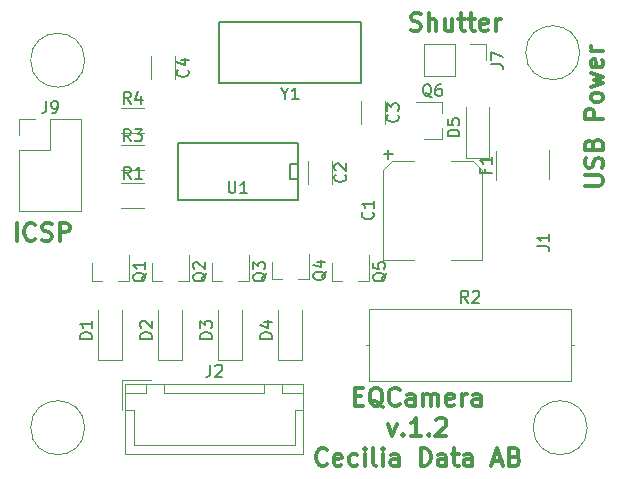
<source format=gbr>
G04 #@! TF.FileFunction,Legend,Top*
%FSLAX46Y46*%
G04 Gerber Fmt 4.6, Leading zero omitted, Abs format (unit mm)*
G04 Created by KiCad (PCBNEW 4.0.7-e2-6376~58~ubuntu16.04.1) date Thu May  2 01:35:01 2019*
%MOMM*%
%LPD*%
G01*
G04 APERTURE LIST*
%ADD10C,0.100000*%
%ADD11C,0.300000*%
%ADD12C,0.120000*%
%ADD13C,0.150000*%
G04 APERTURE END LIST*
D10*
D11*
X179264571Y-107861714D02*
X180478857Y-107861714D01*
X180621714Y-107790286D01*
X180693143Y-107718857D01*
X180764571Y-107576000D01*
X180764571Y-107290286D01*
X180693143Y-107147428D01*
X180621714Y-107076000D01*
X180478857Y-107004571D01*
X179264571Y-107004571D01*
X180693143Y-106361714D02*
X180764571Y-106147428D01*
X180764571Y-105790285D01*
X180693143Y-105647428D01*
X180621714Y-105575999D01*
X180478857Y-105504571D01*
X180336000Y-105504571D01*
X180193143Y-105575999D01*
X180121714Y-105647428D01*
X180050286Y-105790285D01*
X179978857Y-106075999D01*
X179907429Y-106218857D01*
X179836000Y-106290285D01*
X179693143Y-106361714D01*
X179550286Y-106361714D01*
X179407429Y-106290285D01*
X179336000Y-106218857D01*
X179264571Y-106075999D01*
X179264571Y-105718857D01*
X179336000Y-105504571D01*
X179978857Y-104361714D02*
X180050286Y-104147428D01*
X180121714Y-104076000D01*
X180264571Y-104004571D01*
X180478857Y-104004571D01*
X180621714Y-104076000D01*
X180693143Y-104147428D01*
X180764571Y-104290286D01*
X180764571Y-104861714D01*
X179264571Y-104861714D01*
X179264571Y-104361714D01*
X179336000Y-104218857D01*
X179407429Y-104147428D01*
X179550286Y-104076000D01*
X179693143Y-104076000D01*
X179836000Y-104147428D01*
X179907429Y-104218857D01*
X179978857Y-104361714D01*
X179978857Y-104861714D01*
X180764571Y-102218857D02*
X179264571Y-102218857D01*
X179264571Y-101647429D01*
X179336000Y-101504571D01*
X179407429Y-101433143D01*
X179550286Y-101361714D01*
X179764571Y-101361714D01*
X179907429Y-101433143D01*
X179978857Y-101504571D01*
X180050286Y-101647429D01*
X180050286Y-102218857D01*
X180764571Y-100504571D02*
X180693143Y-100647429D01*
X180621714Y-100718857D01*
X180478857Y-100790286D01*
X180050286Y-100790286D01*
X179907429Y-100718857D01*
X179836000Y-100647429D01*
X179764571Y-100504571D01*
X179764571Y-100290286D01*
X179836000Y-100147429D01*
X179907429Y-100076000D01*
X180050286Y-100004571D01*
X180478857Y-100004571D01*
X180621714Y-100076000D01*
X180693143Y-100147429D01*
X180764571Y-100290286D01*
X180764571Y-100504571D01*
X179764571Y-99504571D02*
X180764571Y-99218857D01*
X180050286Y-98933143D01*
X180764571Y-98647428D01*
X179764571Y-98361714D01*
X180693143Y-97218857D02*
X180764571Y-97361714D01*
X180764571Y-97647428D01*
X180693143Y-97790285D01*
X180550286Y-97861714D01*
X179978857Y-97861714D01*
X179836000Y-97790285D01*
X179764571Y-97647428D01*
X179764571Y-97361714D01*
X179836000Y-97218857D01*
X179978857Y-97147428D01*
X180121714Y-97147428D01*
X180264571Y-97861714D01*
X180764571Y-96504571D02*
X179764571Y-96504571D01*
X180050286Y-96504571D02*
X179907429Y-96433143D01*
X179836000Y-96361714D01*
X179764571Y-96218857D01*
X179764571Y-96076000D01*
X131135715Y-112533571D02*
X131135715Y-111033571D01*
X132707144Y-112390714D02*
X132635715Y-112462143D01*
X132421429Y-112533571D01*
X132278572Y-112533571D01*
X132064287Y-112462143D01*
X131921429Y-112319286D01*
X131850001Y-112176429D01*
X131778572Y-111890714D01*
X131778572Y-111676429D01*
X131850001Y-111390714D01*
X131921429Y-111247857D01*
X132064287Y-111105000D01*
X132278572Y-111033571D01*
X132421429Y-111033571D01*
X132635715Y-111105000D01*
X132707144Y-111176429D01*
X133278572Y-112462143D02*
X133492858Y-112533571D01*
X133850001Y-112533571D01*
X133992858Y-112462143D01*
X134064287Y-112390714D01*
X134135715Y-112247857D01*
X134135715Y-112105000D01*
X134064287Y-111962143D01*
X133992858Y-111890714D01*
X133850001Y-111819286D01*
X133564287Y-111747857D01*
X133421429Y-111676429D01*
X133350001Y-111605000D01*
X133278572Y-111462143D01*
X133278572Y-111319286D01*
X133350001Y-111176429D01*
X133421429Y-111105000D01*
X133564287Y-111033571D01*
X133921429Y-111033571D01*
X134135715Y-111105000D01*
X134778572Y-112533571D02*
X134778572Y-111033571D01*
X135350000Y-111033571D01*
X135492858Y-111105000D01*
X135564286Y-111176429D01*
X135635715Y-111319286D01*
X135635715Y-111533571D01*
X135564286Y-111676429D01*
X135492858Y-111747857D01*
X135350000Y-111819286D01*
X134778572Y-111819286D01*
X159778572Y-125707857D02*
X160278572Y-125707857D01*
X160492858Y-126493571D02*
X159778572Y-126493571D01*
X159778572Y-124993571D01*
X160492858Y-124993571D01*
X162135715Y-126636429D02*
X161992858Y-126565000D01*
X161850001Y-126422143D01*
X161635715Y-126207857D01*
X161492858Y-126136429D01*
X161350001Y-126136429D01*
X161421429Y-126493571D02*
X161278572Y-126422143D01*
X161135715Y-126279286D01*
X161064286Y-125993571D01*
X161064286Y-125493571D01*
X161135715Y-125207857D01*
X161278572Y-125065000D01*
X161421429Y-124993571D01*
X161707143Y-124993571D01*
X161850001Y-125065000D01*
X161992858Y-125207857D01*
X162064286Y-125493571D01*
X162064286Y-125993571D01*
X161992858Y-126279286D01*
X161850001Y-126422143D01*
X161707143Y-126493571D01*
X161421429Y-126493571D01*
X163564287Y-126350714D02*
X163492858Y-126422143D01*
X163278572Y-126493571D01*
X163135715Y-126493571D01*
X162921430Y-126422143D01*
X162778572Y-126279286D01*
X162707144Y-126136429D01*
X162635715Y-125850714D01*
X162635715Y-125636429D01*
X162707144Y-125350714D01*
X162778572Y-125207857D01*
X162921430Y-125065000D01*
X163135715Y-124993571D01*
X163278572Y-124993571D01*
X163492858Y-125065000D01*
X163564287Y-125136429D01*
X164850001Y-126493571D02*
X164850001Y-125707857D01*
X164778572Y-125565000D01*
X164635715Y-125493571D01*
X164350001Y-125493571D01*
X164207144Y-125565000D01*
X164850001Y-126422143D02*
X164707144Y-126493571D01*
X164350001Y-126493571D01*
X164207144Y-126422143D01*
X164135715Y-126279286D01*
X164135715Y-126136429D01*
X164207144Y-125993571D01*
X164350001Y-125922143D01*
X164707144Y-125922143D01*
X164850001Y-125850714D01*
X165564287Y-126493571D02*
X165564287Y-125493571D01*
X165564287Y-125636429D02*
X165635715Y-125565000D01*
X165778573Y-125493571D01*
X165992858Y-125493571D01*
X166135715Y-125565000D01*
X166207144Y-125707857D01*
X166207144Y-126493571D01*
X166207144Y-125707857D02*
X166278573Y-125565000D01*
X166421430Y-125493571D01*
X166635715Y-125493571D01*
X166778573Y-125565000D01*
X166850001Y-125707857D01*
X166850001Y-126493571D01*
X168135715Y-126422143D02*
X167992858Y-126493571D01*
X167707144Y-126493571D01*
X167564287Y-126422143D01*
X167492858Y-126279286D01*
X167492858Y-125707857D01*
X167564287Y-125565000D01*
X167707144Y-125493571D01*
X167992858Y-125493571D01*
X168135715Y-125565000D01*
X168207144Y-125707857D01*
X168207144Y-125850714D01*
X167492858Y-125993571D01*
X168850001Y-126493571D02*
X168850001Y-125493571D01*
X168850001Y-125779286D02*
X168921429Y-125636429D01*
X168992858Y-125565000D01*
X169135715Y-125493571D01*
X169278572Y-125493571D01*
X170421429Y-126493571D02*
X170421429Y-125707857D01*
X170350000Y-125565000D01*
X170207143Y-125493571D01*
X169921429Y-125493571D01*
X169778572Y-125565000D01*
X170421429Y-126422143D02*
X170278572Y-126493571D01*
X169921429Y-126493571D01*
X169778572Y-126422143D01*
X169707143Y-126279286D01*
X169707143Y-126136429D01*
X169778572Y-125993571D01*
X169921429Y-125922143D01*
X170278572Y-125922143D01*
X170421429Y-125850714D01*
X162600001Y-128043571D02*
X162957144Y-129043571D01*
X163314286Y-128043571D01*
X163885715Y-128900714D02*
X163957143Y-128972143D01*
X163885715Y-129043571D01*
X163814286Y-128972143D01*
X163885715Y-128900714D01*
X163885715Y-129043571D01*
X165385715Y-129043571D02*
X164528572Y-129043571D01*
X164957144Y-129043571D02*
X164957144Y-127543571D01*
X164814287Y-127757857D01*
X164671429Y-127900714D01*
X164528572Y-127972143D01*
X166028572Y-128900714D02*
X166100000Y-128972143D01*
X166028572Y-129043571D01*
X165957143Y-128972143D01*
X166028572Y-128900714D01*
X166028572Y-129043571D01*
X166671429Y-127686429D02*
X166742858Y-127615000D01*
X166885715Y-127543571D01*
X167242858Y-127543571D01*
X167385715Y-127615000D01*
X167457144Y-127686429D01*
X167528572Y-127829286D01*
X167528572Y-127972143D01*
X167457144Y-128186429D01*
X166600001Y-129043571D01*
X167528572Y-129043571D01*
X157421429Y-131450714D02*
X157350000Y-131522143D01*
X157135714Y-131593571D01*
X156992857Y-131593571D01*
X156778572Y-131522143D01*
X156635714Y-131379286D01*
X156564286Y-131236429D01*
X156492857Y-130950714D01*
X156492857Y-130736429D01*
X156564286Y-130450714D01*
X156635714Y-130307857D01*
X156778572Y-130165000D01*
X156992857Y-130093571D01*
X157135714Y-130093571D01*
X157350000Y-130165000D01*
X157421429Y-130236429D01*
X158635714Y-131522143D02*
X158492857Y-131593571D01*
X158207143Y-131593571D01*
X158064286Y-131522143D01*
X157992857Y-131379286D01*
X157992857Y-130807857D01*
X158064286Y-130665000D01*
X158207143Y-130593571D01*
X158492857Y-130593571D01*
X158635714Y-130665000D01*
X158707143Y-130807857D01*
X158707143Y-130950714D01*
X157992857Y-131093571D01*
X159992857Y-131522143D02*
X159850000Y-131593571D01*
X159564286Y-131593571D01*
X159421428Y-131522143D01*
X159350000Y-131450714D01*
X159278571Y-131307857D01*
X159278571Y-130879286D01*
X159350000Y-130736429D01*
X159421428Y-130665000D01*
X159564286Y-130593571D01*
X159850000Y-130593571D01*
X159992857Y-130665000D01*
X160635714Y-131593571D02*
X160635714Y-130593571D01*
X160635714Y-130093571D02*
X160564285Y-130165000D01*
X160635714Y-130236429D01*
X160707142Y-130165000D01*
X160635714Y-130093571D01*
X160635714Y-130236429D01*
X161564286Y-131593571D02*
X161421428Y-131522143D01*
X161350000Y-131379286D01*
X161350000Y-130093571D01*
X162135714Y-131593571D02*
X162135714Y-130593571D01*
X162135714Y-130093571D02*
X162064285Y-130165000D01*
X162135714Y-130236429D01*
X162207142Y-130165000D01*
X162135714Y-130093571D01*
X162135714Y-130236429D01*
X163492857Y-131593571D02*
X163492857Y-130807857D01*
X163421428Y-130665000D01*
X163278571Y-130593571D01*
X162992857Y-130593571D01*
X162850000Y-130665000D01*
X163492857Y-131522143D02*
X163350000Y-131593571D01*
X162992857Y-131593571D01*
X162850000Y-131522143D01*
X162778571Y-131379286D01*
X162778571Y-131236429D01*
X162850000Y-131093571D01*
X162992857Y-131022143D01*
X163350000Y-131022143D01*
X163492857Y-130950714D01*
X165350000Y-131593571D02*
X165350000Y-130093571D01*
X165707143Y-130093571D01*
X165921428Y-130165000D01*
X166064286Y-130307857D01*
X166135714Y-130450714D01*
X166207143Y-130736429D01*
X166207143Y-130950714D01*
X166135714Y-131236429D01*
X166064286Y-131379286D01*
X165921428Y-131522143D01*
X165707143Y-131593571D01*
X165350000Y-131593571D01*
X167492857Y-131593571D02*
X167492857Y-130807857D01*
X167421428Y-130665000D01*
X167278571Y-130593571D01*
X166992857Y-130593571D01*
X166850000Y-130665000D01*
X167492857Y-131522143D02*
X167350000Y-131593571D01*
X166992857Y-131593571D01*
X166850000Y-131522143D01*
X166778571Y-131379286D01*
X166778571Y-131236429D01*
X166850000Y-131093571D01*
X166992857Y-131022143D01*
X167350000Y-131022143D01*
X167492857Y-130950714D01*
X167992857Y-130593571D02*
X168564286Y-130593571D01*
X168207143Y-130093571D02*
X168207143Y-131379286D01*
X168278571Y-131522143D01*
X168421429Y-131593571D01*
X168564286Y-131593571D01*
X169707143Y-131593571D02*
X169707143Y-130807857D01*
X169635714Y-130665000D01*
X169492857Y-130593571D01*
X169207143Y-130593571D01*
X169064286Y-130665000D01*
X169707143Y-131522143D02*
X169564286Y-131593571D01*
X169207143Y-131593571D01*
X169064286Y-131522143D01*
X168992857Y-131379286D01*
X168992857Y-131236429D01*
X169064286Y-131093571D01*
X169207143Y-131022143D01*
X169564286Y-131022143D01*
X169707143Y-130950714D01*
X171492857Y-131165000D02*
X172207143Y-131165000D01*
X171350000Y-131593571D02*
X171850000Y-130093571D01*
X172350000Y-131593571D01*
X173350000Y-130807857D02*
X173564286Y-130879286D01*
X173635714Y-130950714D01*
X173707143Y-131093571D01*
X173707143Y-131307857D01*
X173635714Y-131450714D01*
X173564286Y-131522143D01*
X173421428Y-131593571D01*
X172850000Y-131593571D01*
X172850000Y-130093571D01*
X173350000Y-130093571D01*
X173492857Y-130165000D01*
X173564286Y-130236429D01*
X173635714Y-130379286D01*
X173635714Y-130522143D01*
X173564286Y-130665000D01*
X173492857Y-130736429D01*
X173350000Y-130807857D01*
X172850000Y-130807857D01*
X164525000Y-94682143D02*
X164739286Y-94753571D01*
X165096429Y-94753571D01*
X165239286Y-94682143D01*
X165310715Y-94610714D01*
X165382143Y-94467857D01*
X165382143Y-94325000D01*
X165310715Y-94182143D01*
X165239286Y-94110714D01*
X165096429Y-94039286D01*
X164810715Y-93967857D01*
X164667857Y-93896429D01*
X164596429Y-93825000D01*
X164525000Y-93682143D01*
X164525000Y-93539286D01*
X164596429Y-93396429D01*
X164667857Y-93325000D01*
X164810715Y-93253571D01*
X165167857Y-93253571D01*
X165382143Y-93325000D01*
X166025000Y-94753571D02*
X166025000Y-93253571D01*
X166667857Y-94753571D02*
X166667857Y-93967857D01*
X166596428Y-93825000D01*
X166453571Y-93753571D01*
X166239286Y-93753571D01*
X166096428Y-93825000D01*
X166025000Y-93896429D01*
X168025000Y-93753571D02*
X168025000Y-94753571D01*
X167382143Y-93753571D02*
X167382143Y-94539286D01*
X167453571Y-94682143D01*
X167596429Y-94753571D01*
X167810714Y-94753571D01*
X167953571Y-94682143D01*
X168025000Y-94610714D01*
X168525000Y-93753571D02*
X169096429Y-93753571D01*
X168739286Y-93253571D02*
X168739286Y-94539286D01*
X168810714Y-94682143D01*
X168953572Y-94753571D01*
X169096429Y-94753571D01*
X169382143Y-93753571D02*
X169953572Y-93753571D01*
X169596429Y-93253571D02*
X169596429Y-94539286D01*
X169667857Y-94682143D01*
X169810715Y-94753571D01*
X169953572Y-94753571D01*
X171025000Y-94682143D02*
X170882143Y-94753571D01*
X170596429Y-94753571D01*
X170453572Y-94682143D01*
X170382143Y-94539286D01*
X170382143Y-93967857D01*
X170453572Y-93825000D01*
X170596429Y-93753571D01*
X170882143Y-93753571D01*
X171025000Y-93825000D01*
X171096429Y-93967857D01*
X171096429Y-94110714D01*
X170382143Y-94253571D01*
X171739286Y-94753571D02*
X171739286Y-93753571D01*
X171739286Y-94039286D02*
X171810714Y-93896429D01*
X171882143Y-93825000D01*
X172025000Y-93753571D01*
X172167857Y-93753571D01*
D12*
X178816000Y-96615000D02*
G75*
G03X178816000Y-96615000I-2286000J0D01*
G01*
X136906000Y-97250000D02*
G75*
G03X136906000Y-97250000I-2286000J0D01*
G01*
X136906000Y-128365000D02*
G75*
G03X136906000Y-128365000I-2286000J0D01*
G01*
X169800000Y-105760000D02*
X167930000Y-105760000D01*
X162940000Y-105760000D02*
X164810000Y-105760000D01*
X162180000Y-114140000D02*
X164810000Y-114140000D01*
X170560000Y-114140000D02*
X167930000Y-114140000D01*
X162180000Y-114140000D02*
X162180000Y-106520000D01*
X162180000Y-106520000D02*
X162940000Y-105760000D01*
X169800000Y-105760000D02*
X170560000Y-106520000D01*
X170560000Y-106520000D02*
X170560000Y-114140000D01*
D13*
X144780000Y-109061000D02*
X144780000Y-104235000D01*
X144780000Y-104235000D02*
X154940000Y-104235000D01*
X154940000Y-104235000D02*
X154940000Y-109061000D01*
X154940000Y-109061000D02*
X144780000Y-109061000D01*
X154940000Y-107283000D02*
X154305000Y-107283000D01*
X154305000Y-107283000D02*
X154305000Y-106013000D01*
X154305000Y-106013000D02*
X154940000Y-106013000D01*
D12*
X137485000Y-115917000D02*
X138415000Y-115917000D01*
X140645000Y-115917000D02*
X139715000Y-115917000D01*
X140645000Y-115917000D02*
X140645000Y-113757000D01*
X137485000Y-115917000D02*
X137485000Y-114457000D01*
X142565000Y-115917000D02*
X143495000Y-115917000D01*
X145725000Y-115917000D02*
X144795000Y-115917000D01*
X145725000Y-115917000D02*
X145725000Y-113757000D01*
X142565000Y-115917000D02*
X142565000Y-114457000D01*
X147645000Y-115917000D02*
X148575000Y-115917000D01*
X150805000Y-115917000D02*
X149875000Y-115917000D01*
X150805000Y-115917000D02*
X150805000Y-113757000D01*
X147645000Y-115917000D02*
X147645000Y-114457000D01*
X152725000Y-115790000D02*
X153655000Y-115790000D01*
X155885000Y-115790000D02*
X154955000Y-115790000D01*
X155885000Y-115790000D02*
X155885000Y-113630000D01*
X152725000Y-115790000D02*
X152725000Y-114330000D01*
X157805000Y-115917000D02*
X158735000Y-115917000D01*
X160965000Y-115917000D02*
X160035000Y-115917000D01*
X160965000Y-115917000D02*
X160965000Y-113757000D01*
X157805000Y-115917000D02*
X157805000Y-114457000D01*
X131385000Y-110010000D02*
X136585000Y-110010000D01*
X131385000Y-104870000D02*
X131385000Y-110010000D01*
X136585000Y-102270000D02*
X136585000Y-110010000D01*
X131385000Y-104870000D02*
X133985000Y-104870000D01*
X133985000Y-104870000D02*
X133985000Y-102270000D01*
X133985000Y-102270000D02*
X136585000Y-102270000D01*
X131385000Y-103600000D02*
X131385000Y-102270000D01*
X131385000Y-102270000D02*
X132715000Y-102270000D01*
X157865000Y-107775000D02*
X157865000Y-105775000D01*
X155825000Y-105775000D02*
X155825000Y-107775000D01*
X162310000Y-102695000D02*
X162310000Y-100695000D01*
X160270000Y-100695000D02*
X160270000Y-102695000D01*
X144530000Y-98885000D02*
X144530000Y-96885000D01*
X142490000Y-96885000D02*
X142490000Y-98885000D01*
X160985000Y-118320000D02*
X160985000Y-124440000D01*
X160985000Y-124440000D02*
X178105000Y-124440000D01*
X178105000Y-124440000D02*
X178105000Y-118320000D01*
X178105000Y-118320000D02*
X160985000Y-118320000D01*
X160765000Y-121380000D02*
X160985000Y-121380000D01*
X178325000Y-121380000D02*
X178105000Y-121380000D01*
X165675000Y-95920000D02*
X165675000Y-98580000D01*
X168275000Y-95920000D02*
X165675000Y-95920000D01*
X168275000Y-98580000D02*
X165675000Y-98580000D01*
X168275000Y-95920000D02*
X168275000Y-98580000D01*
X169545000Y-95920000D02*
X170875000Y-95920000D01*
X170875000Y-95920000D02*
X170875000Y-97250000D01*
X167130000Y-103910000D02*
X167130000Y-102980000D01*
X167130000Y-100750000D02*
X167130000Y-101680000D01*
X167130000Y-100750000D02*
X164970000Y-100750000D01*
X167130000Y-103910000D02*
X165670000Y-103910000D01*
D13*
X160305000Y-99215000D02*
X148305000Y-99215000D01*
X148305000Y-99215000D02*
X148305000Y-94015000D01*
X148305000Y-94015000D02*
X160305000Y-94015000D01*
X160305000Y-94015000D02*
X160305000Y-99215000D01*
D12*
X138065000Y-118360000D02*
X138065000Y-122660000D01*
X138065000Y-122660000D02*
X140065000Y-122660000D01*
X140065000Y-122660000D02*
X140065000Y-118360000D01*
X143145000Y-118360000D02*
X143145000Y-122660000D01*
X143145000Y-122660000D02*
X145145000Y-122660000D01*
X145145000Y-122660000D02*
X145145000Y-118360000D01*
X148225000Y-118360000D02*
X148225000Y-122660000D01*
X148225000Y-122660000D02*
X150225000Y-122660000D01*
X150225000Y-122660000D02*
X150225000Y-118360000D01*
X153305000Y-118360000D02*
X153305000Y-122660000D01*
X153305000Y-122660000D02*
X155305000Y-122660000D01*
X155305000Y-122660000D02*
X155305000Y-118360000D01*
X176250000Y-107280000D02*
X176250000Y-104880000D01*
X171770000Y-107360000D02*
X171770000Y-104960000D01*
X179451000Y-128365000D02*
G75*
G03X179451000Y-128365000I-2286000J0D01*
G01*
X140325000Y-124645000D02*
X140325000Y-130595000D01*
X140325000Y-130595000D02*
X155425000Y-130595000D01*
X155425000Y-130595000D02*
X155425000Y-124645000D01*
X155425000Y-124645000D02*
X140325000Y-124645000D01*
X143625000Y-124645000D02*
X143625000Y-125395000D01*
X143625000Y-125395000D02*
X152125000Y-125395000D01*
X152125000Y-125395000D02*
X152125000Y-124645000D01*
X152125000Y-124645000D02*
X143625000Y-124645000D01*
X140325000Y-124645000D02*
X140325000Y-125395000D01*
X140325000Y-125395000D02*
X142125000Y-125395000D01*
X142125000Y-125395000D02*
X142125000Y-124645000D01*
X142125000Y-124645000D02*
X140325000Y-124645000D01*
X153625000Y-124645000D02*
X153625000Y-125395000D01*
X153625000Y-125395000D02*
X155425000Y-125395000D01*
X155425000Y-125395000D02*
X155425000Y-124645000D01*
X155425000Y-124645000D02*
X153625000Y-124645000D01*
X140325000Y-126895000D02*
X141075000Y-126895000D01*
X141075000Y-126895000D02*
X141075000Y-129845000D01*
X141075000Y-129845000D02*
X147875000Y-129845000D01*
X155425000Y-126895000D02*
X154675000Y-126895000D01*
X154675000Y-126895000D02*
X154675000Y-129845000D01*
X154675000Y-129845000D02*
X147875000Y-129845000D01*
X142525000Y-124345000D02*
X140025000Y-124345000D01*
X140025000Y-124345000D02*
X140025000Y-126845000D01*
X169180000Y-101215000D02*
X169180000Y-105515000D01*
X169180000Y-105515000D02*
X171180000Y-105515000D01*
X171180000Y-105515000D02*
X171180000Y-101215000D01*
X141970000Y-109750000D02*
X139970000Y-109750000D01*
X139970000Y-107610000D02*
X141970000Y-107610000D01*
X141970000Y-106575000D02*
X139970000Y-106575000D01*
X139970000Y-104435000D02*
X141970000Y-104435000D01*
X141970000Y-103400000D02*
X139970000Y-103400000D01*
X139970000Y-101260000D02*
X141970000Y-101260000D01*
D13*
X161277143Y-110116666D02*
X161324762Y-110164285D01*
X161372381Y-110307142D01*
X161372381Y-110402380D01*
X161324762Y-110545238D01*
X161229524Y-110640476D01*
X161134286Y-110688095D01*
X160943810Y-110735714D01*
X160800952Y-110735714D01*
X160610476Y-110688095D01*
X160515238Y-110640476D01*
X160420000Y-110545238D01*
X160372381Y-110402380D01*
X160372381Y-110307142D01*
X160420000Y-110164285D01*
X160467619Y-110116666D01*
X161372381Y-109164285D02*
X161372381Y-109735714D01*
X161372381Y-109450000D02*
X160372381Y-109450000D01*
X160515238Y-109545238D01*
X160610476Y-109640476D01*
X160658095Y-109735714D01*
X162591429Y-105610952D02*
X162591429Y-104849047D01*
X162972381Y-105229999D02*
X162210476Y-105229999D01*
X149098095Y-107497381D02*
X149098095Y-108306905D01*
X149145714Y-108402143D01*
X149193333Y-108449762D01*
X149288571Y-108497381D01*
X149479048Y-108497381D01*
X149574286Y-108449762D01*
X149621905Y-108402143D01*
X149669524Y-108306905D01*
X149669524Y-107497381D01*
X150669524Y-108497381D02*
X150098095Y-108497381D01*
X150383809Y-108497381D02*
X150383809Y-107497381D01*
X150288571Y-107640238D01*
X150193333Y-107735476D01*
X150098095Y-107783095D01*
X142112619Y-115252238D02*
X142065000Y-115347476D01*
X141969762Y-115442714D01*
X141826905Y-115585571D01*
X141779286Y-115680810D01*
X141779286Y-115776048D01*
X142017381Y-115728429D02*
X141969762Y-115823667D01*
X141874524Y-115918905D01*
X141684048Y-115966524D01*
X141350714Y-115966524D01*
X141160238Y-115918905D01*
X141065000Y-115823667D01*
X141017381Y-115728429D01*
X141017381Y-115537952D01*
X141065000Y-115442714D01*
X141160238Y-115347476D01*
X141350714Y-115299857D01*
X141684048Y-115299857D01*
X141874524Y-115347476D01*
X141969762Y-115442714D01*
X142017381Y-115537952D01*
X142017381Y-115728429D01*
X142017381Y-114347476D02*
X142017381Y-114918905D01*
X142017381Y-114633191D02*
X141017381Y-114633191D01*
X141160238Y-114728429D01*
X141255476Y-114823667D01*
X141303095Y-114918905D01*
X147192619Y-115252238D02*
X147145000Y-115347476D01*
X147049762Y-115442714D01*
X146906905Y-115585571D01*
X146859286Y-115680810D01*
X146859286Y-115776048D01*
X147097381Y-115728429D02*
X147049762Y-115823667D01*
X146954524Y-115918905D01*
X146764048Y-115966524D01*
X146430714Y-115966524D01*
X146240238Y-115918905D01*
X146145000Y-115823667D01*
X146097381Y-115728429D01*
X146097381Y-115537952D01*
X146145000Y-115442714D01*
X146240238Y-115347476D01*
X146430714Y-115299857D01*
X146764048Y-115299857D01*
X146954524Y-115347476D01*
X147049762Y-115442714D01*
X147097381Y-115537952D01*
X147097381Y-115728429D01*
X146192619Y-114918905D02*
X146145000Y-114871286D01*
X146097381Y-114776048D01*
X146097381Y-114537952D01*
X146145000Y-114442714D01*
X146192619Y-114395095D01*
X146287857Y-114347476D01*
X146383095Y-114347476D01*
X146525952Y-114395095D01*
X147097381Y-114966524D01*
X147097381Y-114347476D01*
X152272619Y-115252238D02*
X152225000Y-115347476D01*
X152129762Y-115442714D01*
X151986905Y-115585571D01*
X151939286Y-115680810D01*
X151939286Y-115776048D01*
X152177381Y-115728429D02*
X152129762Y-115823667D01*
X152034524Y-115918905D01*
X151844048Y-115966524D01*
X151510714Y-115966524D01*
X151320238Y-115918905D01*
X151225000Y-115823667D01*
X151177381Y-115728429D01*
X151177381Y-115537952D01*
X151225000Y-115442714D01*
X151320238Y-115347476D01*
X151510714Y-115299857D01*
X151844048Y-115299857D01*
X152034524Y-115347476D01*
X152129762Y-115442714D01*
X152177381Y-115537952D01*
X152177381Y-115728429D01*
X151177381Y-114966524D02*
X151177381Y-114347476D01*
X151558333Y-114680810D01*
X151558333Y-114537952D01*
X151605952Y-114442714D01*
X151653571Y-114395095D01*
X151748810Y-114347476D01*
X151986905Y-114347476D01*
X152082143Y-114395095D01*
X152129762Y-114442714D01*
X152177381Y-114537952D01*
X152177381Y-114823667D01*
X152129762Y-114918905D01*
X152082143Y-114966524D01*
X157352619Y-115125238D02*
X157305000Y-115220476D01*
X157209762Y-115315714D01*
X157066905Y-115458571D01*
X157019286Y-115553810D01*
X157019286Y-115649048D01*
X157257381Y-115601429D02*
X157209762Y-115696667D01*
X157114524Y-115791905D01*
X156924048Y-115839524D01*
X156590714Y-115839524D01*
X156400238Y-115791905D01*
X156305000Y-115696667D01*
X156257381Y-115601429D01*
X156257381Y-115410952D01*
X156305000Y-115315714D01*
X156400238Y-115220476D01*
X156590714Y-115172857D01*
X156924048Y-115172857D01*
X157114524Y-115220476D01*
X157209762Y-115315714D01*
X157257381Y-115410952D01*
X157257381Y-115601429D01*
X156590714Y-114315714D02*
X157257381Y-114315714D01*
X156209762Y-114553810D02*
X156924048Y-114791905D01*
X156924048Y-114172857D01*
X162432619Y-115252238D02*
X162385000Y-115347476D01*
X162289762Y-115442714D01*
X162146905Y-115585571D01*
X162099286Y-115680810D01*
X162099286Y-115776048D01*
X162337381Y-115728429D02*
X162289762Y-115823667D01*
X162194524Y-115918905D01*
X162004048Y-115966524D01*
X161670714Y-115966524D01*
X161480238Y-115918905D01*
X161385000Y-115823667D01*
X161337381Y-115728429D01*
X161337381Y-115537952D01*
X161385000Y-115442714D01*
X161480238Y-115347476D01*
X161670714Y-115299857D01*
X162004048Y-115299857D01*
X162194524Y-115347476D01*
X162289762Y-115442714D01*
X162337381Y-115537952D01*
X162337381Y-115728429D01*
X161337381Y-114395095D02*
X161337381Y-114871286D01*
X161813571Y-114918905D01*
X161765952Y-114871286D01*
X161718333Y-114776048D01*
X161718333Y-114537952D01*
X161765952Y-114442714D01*
X161813571Y-114395095D01*
X161908810Y-114347476D01*
X162146905Y-114347476D01*
X162242143Y-114395095D01*
X162289762Y-114442714D01*
X162337381Y-114537952D01*
X162337381Y-114776048D01*
X162289762Y-114871286D01*
X162242143Y-114918905D01*
X133651667Y-100722381D02*
X133651667Y-101436667D01*
X133604047Y-101579524D01*
X133508809Y-101674762D01*
X133365952Y-101722381D01*
X133270714Y-101722381D01*
X134175476Y-101722381D02*
X134365952Y-101722381D01*
X134461191Y-101674762D01*
X134508810Y-101627143D01*
X134604048Y-101484286D01*
X134651667Y-101293810D01*
X134651667Y-100912857D01*
X134604048Y-100817619D01*
X134556429Y-100770000D01*
X134461191Y-100722381D01*
X134270714Y-100722381D01*
X134175476Y-100770000D01*
X134127857Y-100817619D01*
X134080238Y-100912857D01*
X134080238Y-101150952D01*
X134127857Y-101246190D01*
X134175476Y-101293810D01*
X134270714Y-101341429D01*
X134461191Y-101341429D01*
X134556429Y-101293810D01*
X134604048Y-101246190D01*
X134651667Y-101150952D01*
X158952143Y-106941666D02*
X158999762Y-106989285D01*
X159047381Y-107132142D01*
X159047381Y-107227380D01*
X158999762Y-107370238D01*
X158904524Y-107465476D01*
X158809286Y-107513095D01*
X158618810Y-107560714D01*
X158475952Y-107560714D01*
X158285476Y-107513095D01*
X158190238Y-107465476D01*
X158095000Y-107370238D01*
X158047381Y-107227380D01*
X158047381Y-107132142D01*
X158095000Y-106989285D01*
X158142619Y-106941666D01*
X158142619Y-106560714D02*
X158095000Y-106513095D01*
X158047381Y-106417857D01*
X158047381Y-106179761D01*
X158095000Y-106084523D01*
X158142619Y-106036904D01*
X158237857Y-105989285D01*
X158333095Y-105989285D01*
X158475952Y-106036904D01*
X159047381Y-106608333D01*
X159047381Y-105989285D01*
X163397143Y-101861666D02*
X163444762Y-101909285D01*
X163492381Y-102052142D01*
X163492381Y-102147380D01*
X163444762Y-102290238D01*
X163349524Y-102385476D01*
X163254286Y-102433095D01*
X163063810Y-102480714D01*
X162920952Y-102480714D01*
X162730476Y-102433095D01*
X162635238Y-102385476D01*
X162540000Y-102290238D01*
X162492381Y-102147380D01*
X162492381Y-102052142D01*
X162540000Y-101909285D01*
X162587619Y-101861666D01*
X162492381Y-101528333D02*
X162492381Y-100909285D01*
X162873333Y-101242619D01*
X162873333Y-101099761D01*
X162920952Y-101004523D01*
X162968571Y-100956904D01*
X163063810Y-100909285D01*
X163301905Y-100909285D01*
X163397143Y-100956904D01*
X163444762Y-101004523D01*
X163492381Y-101099761D01*
X163492381Y-101385476D01*
X163444762Y-101480714D01*
X163397143Y-101528333D01*
X145617143Y-98051666D02*
X145664762Y-98099285D01*
X145712381Y-98242142D01*
X145712381Y-98337380D01*
X145664762Y-98480238D01*
X145569524Y-98575476D01*
X145474286Y-98623095D01*
X145283810Y-98670714D01*
X145140952Y-98670714D01*
X144950476Y-98623095D01*
X144855238Y-98575476D01*
X144760000Y-98480238D01*
X144712381Y-98337380D01*
X144712381Y-98242142D01*
X144760000Y-98099285D01*
X144807619Y-98051666D01*
X145045714Y-97194523D02*
X145712381Y-97194523D01*
X144664762Y-97432619D02*
X145379048Y-97670714D01*
X145379048Y-97051666D01*
X169378334Y-117772381D02*
X169045000Y-117296190D01*
X168806905Y-117772381D02*
X168806905Y-116772381D01*
X169187858Y-116772381D01*
X169283096Y-116820000D01*
X169330715Y-116867619D01*
X169378334Y-116962857D01*
X169378334Y-117105714D01*
X169330715Y-117200952D01*
X169283096Y-117248571D01*
X169187858Y-117296190D01*
X168806905Y-117296190D01*
X169759286Y-116867619D02*
X169806905Y-116820000D01*
X169902143Y-116772381D01*
X170140239Y-116772381D01*
X170235477Y-116820000D01*
X170283096Y-116867619D01*
X170330715Y-116962857D01*
X170330715Y-117058095D01*
X170283096Y-117200952D01*
X169711667Y-117772381D01*
X170330715Y-117772381D01*
X171327381Y-97583333D02*
X172041667Y-97583333D01*
X172184524Y-97630953D01*
X172279762Y-97726191D01*
X172327381Y-97869048D01*
X172327381Y-97964286D01*
X171327381Y-97202381D02*
X171327381Y-96535714D01*
X172327381Y-96964286D01*
X166274762Y-100377619D02*
X166179524Y-100330000D01*
X166084286Y-100234762D01*
X165941429Y-100091905D01*
X165846190Y-100044286D01*
X165750952Y-100044286D01*
X165798571Y-100282381D02*
X165703333Y-100234762D01*
X165608095Y-100139524D01*
X165560476Y-99949048D01*
X165560476Y-99615714D01*
X165608095Y-99425238D01*
X165703333Y-99330000D01*
X165798571Y-99282381D01*
X165989048Y-99282381D01*
X166084286Y-99330000D01*
X166179524Y-99425238D01*
X166227143Y-99615714D01*
X166227143Y-99949048D01*
X166179524Y-100139524D01*
X166084286Y-100234762D01*
X165989048Y-100282381D01*
X165798571Y-100282381D01*
X167084286Y-99282381D02*
X166893809Y-99282381D01*
X166798571Y-99330000D01*
X166750952Y-99377619D01*
X166655714Y-99520476D01*
X166608095Y-99710952D01*
X166608095Y-100091905D01*
X166655714Y-100187143D01*
X166703333Y-100234762D01*
X166798571Y-100282381D01*
X166989048Y-100282381D01*
X167084286Y-100234762D01*
X167131905Y-100187143D01*
X167179524Y-100091905D01*
X167179524Y-99853810D01*
X167131905Y-99758571D01*
X167084286Y-99710952D01*
X166989048Y-99663333D01*
X166798571Y-99663333D01*
X166703333Y-99710952D01*
X166655714Y-99758571D01*
X166608095Y-99853810D01*
X153828809Y-100091190D02*
X153828809Y-100567381D01*
X153495476Y-99567381D02*
X153828809Y-100091190D01*
X154162143Y-99567381D01*
X155019286Y-100567381D02*
X154447857Y-100567381D01*
X154733571Y-100567381D02*
X154733571Y-99567381D01*
X154638333Y-99710238D01*
X154543095Y-99805476D01*
X154447857Y-99853095D01*
X137517381Y-120848095D02*
X136517381Y-120848095D01*
X136517381Y-120610000D01*
X136565000Y-120467142D01*
X136660238Y-120371904D01*
X136755476Y-120324285D01*
X136945952Y-120276666D01*
X137088810Y-120276666D01*
X137279286Y-120324285D01*
X137374524Y-120371904D01*
X137469762Y-120467142D01*
X137517381Y-120610000D01*
X137517381Y-120848095D01*
X137517381Y-119324285D02*
X137517381Y-119895714D01*
X137517381Y-119610000D02*
X136517381Y-119610000D01*
X136660238Y-119705238D01*
X136755476Y-119800476D01*
X136803095Y-119895714D01*
X142597381Y-120848095D02*
X141597381Y-120848095D01*
X141597381Y-120610000D01*
X141645000Y-120467142D01*
X141740238Y-120371904D01*
X141835476Y-120324285D01*
X142025952Y-120276666D01*
X142168810Y-120276666D01*
X142359286Y-120324285D01*
X142454524Y-120371904D01*
X142549762Y-120467142D01*
X142597381Y-120610000D01*
X142597381Y-120848095D01*
X141692619Y-119895714D02*
X141645000Y-119848095D01*
X141597381Y-119752857D01*
X141597381Y-119514761D01*
X141645000Y-119419523D01*
X141692619Y-119371904D01*
X141787857Y-119324285D01*
X141883095Y-119324285D01*
X142025952Y-119371904D01*
X142597381Y-119943333D01*
X142597381Y-119324285D01*
X147677381Y-120848095D02*
X146677381Y-120848095D01*
X146677381Y-120610000D01*
X146725000Y-120467142D01*
X146820238Y-120371904D01*
X146915476Y-120324285D01*
X147105952Y-120276666D01*
X147248810Y-120276666D01*
X147439286Y-120324285D01*
X147534524Y-120371904D01*
X147629762Y-120467142D01*
X147677381Y-120610000D01*
X147677381Y-120848095D01*
X146677381Y-119943333D02*
X146677381Y-119324285D01*
X147058333Y-119657619D01*
X147058333Y-119514761D01*
X147105952Y-119419523D01*
X147153571Y-119371904D01*
X147248810Y-119324285D01*
X147486905Y-119324285D01*
X147582143Y-119371904D01*
X147629762Y-119419523D01*
X147677381Y-119514761D01*
X147677381Y-119800476D01*
X147629762Y-119895714D01*
X147582143Y-119943333D01*
X152757381Y-120848095D02*
X151757381Y-120848095D01*
X151757381Y-120610000D01*
X151805000Y-120467142D01*
X151900238Y-120371904D01*
X151995476Y-120324285D01*
X152185952Y-120276666D01*
X152328810Y-120276666D01*
X152519286Y-120324285D01*
X152614524Y-120371904D01*
X152709762Y-120467142D01*
X152757381Y-120610000D01*
X152757381Y-120848095D01*
X152090714Y-119419523D02*
X152757381Y-119419523D01*
X151709762Y-119657619D02*
X152424048Y-119895714D01*
X152424048Y-119276666D01*
X170838571Y-106503333D02*
X170838571Y-106836667D01*
X171362381Y-106836667D02*
X170362381Y-106836667D01*
X170362381Y-106360476D01*
X171362381Y-105455714D02*
X171362381Y-106027143D01*
X171362381Y-105741429D02*
X170362381Y-105741429D01*
X170505238Y-105836667D01*
X170600476Y-105931905D01*
X170648095Y-106027143D01*
X175242381Y-112998333D02*
X175956667Y-112998333D01*
X176099524Y-113045953D01*
X176194762Y-113141191D01*
X176242381Y-113284048D01*
X176242381Y-113379286D01*
X176242381Y-111998333D02*
X176242381Y-112569762D01*
X176242381Y-112284048D02*
X175242381Y-112284048D01*
X175385238Y-112379286D01*
X175480476Y-112474524D01*
X175528095Y-112569762D01*
X147541667Y-123047381D02*
X147541667Y-123761667D01*
X147494047Y-123904524D01*
X147398809Y-123999762D01*
X147255952Y-124047381D01*
X147160714Y-124047381D01*
X147970238Y-123142619D02*
X148017857Y-123095000D01*
X148113095Y-123047381D01*
X148351191Y-123047381D01*
X148446429Y-123095000D01*
X148494048Y-123142619D01*
X148541667Y-123237857D01*
X148541667Y-123333095D01*
X148494048Y-123475952D01*
X147922619Y-124047381D01*
X148541667Y-124047381D01*
X168632381Y-103703095D02*
X167632381Y-103703095D01*
X167632381Y-103465000D01*
X167680000Y-103322142D01*
X167775238Y-103226904D01*
X167870476Y-103179285D01*
X168060952Y-103131666D01*
X168203810Y-103131666D01*
X168394286Y-103179285D01*
X168489524Y-103226904D01*
X168584762Y-103322142D01*
X168632381Y-103465000D01*
X168632381Y-103703095D01*
X167632381Y-102226904D02*
X167632381Y-102703095D01*
X168108571Y-102750714D01*
X168060952Y-102703095D01*
X168013333Y-102607857D01*
X168013333Y-102369761D01*
X168060952Y-102274523D01*
X168108571Y-102226904D01*
X168203810Y-102179285D01*
X168441905Y-102179285D01*
X168537143Y-102226904D01*
X168584762Y-102274523D01*
X168632381Y-102369761D01*
X168632381Y-102607857D01*
X168584762Y-102703095D01*
X168537143Y-102750714D01*
X140803334Y-107282381D02*
X140470000Y-106806190D01*
X140231905Y-107282381D02*
X140231905Y-106282381D01*
X140612858Y-106282381D01*
X140708096Y-106330000D01*
X140755715Y-106377619D01*
X140803334Y-106472857D01*
X140803334Y-106615714D01*
X140755715Y-106710952D01*
X140708096Y-106758571D01*
X140612858Y-106806190D01*
X140231905Y-106806190D01*
X141755715Y-107282381D02*
X141184286Y-107282381D01*
X141470000Y-107282381D02*
X141470000Y-106282381D01*
X141374762Y-106425238D01*
X141279524Y-106520476D01*
X141184286Y-106568095D01*
X140803334Y-104107381D02*
X140470000Y-103631190D01*
X140231905Y-104107381D02*
X140231905Y-103107381D01*
X140612858Y-103107381D01*
X140708096Y-103155000D01*
X140755715Y-103202619D01*
X140803334Y-103297857D01*
X140803334Y-103440714D01*
X140755715Y-103535952D01*
X140708096Y-103583571D01*
X140612858Y-103631190D01*
X140231905Y-103631190D01*
X141136667Y-103107381D02*
X141755715Y-103107381D01*
X141422381Y-103488333D01*
X141565239Y-103488333D01*
X141660477Y-103535952D01*
X141708096Y-103583571D01*
X141755715Y-103678810D01*
X141755715Y-103916905D01*
X141708096Y-104012143D01*
X141660477Y-104059762D01*
X141565239Y-104107381D01*
X141279524Y-104107381D01*
X141184286Y-104059762D01*
X141136667Y-104012143D01*
X140803334Y-100932381D02*
X140470000Y-100456190D01*
X140231905Y-100932381D02*
X140231905Y-99932381D01*
X140612858Y-99932381D01*
X140708096Y-99980000D01*
X140755715Y-100027619D01*
X140803334Y-100122857D01*
X140803334Y-100265714D01*
X140755715Y-100360952D01*
X140708096Y-100408571D01*
X140612858Y-100456190D01*
X140231905Y-100456190D01*
X141660477Y-100265714D02*
X141660477Y-100932381D01*
X141422381Y-99884762D02*
X141184286Y-100599048D01*
X141803334Y-100599048D01*
M02*

</source>
